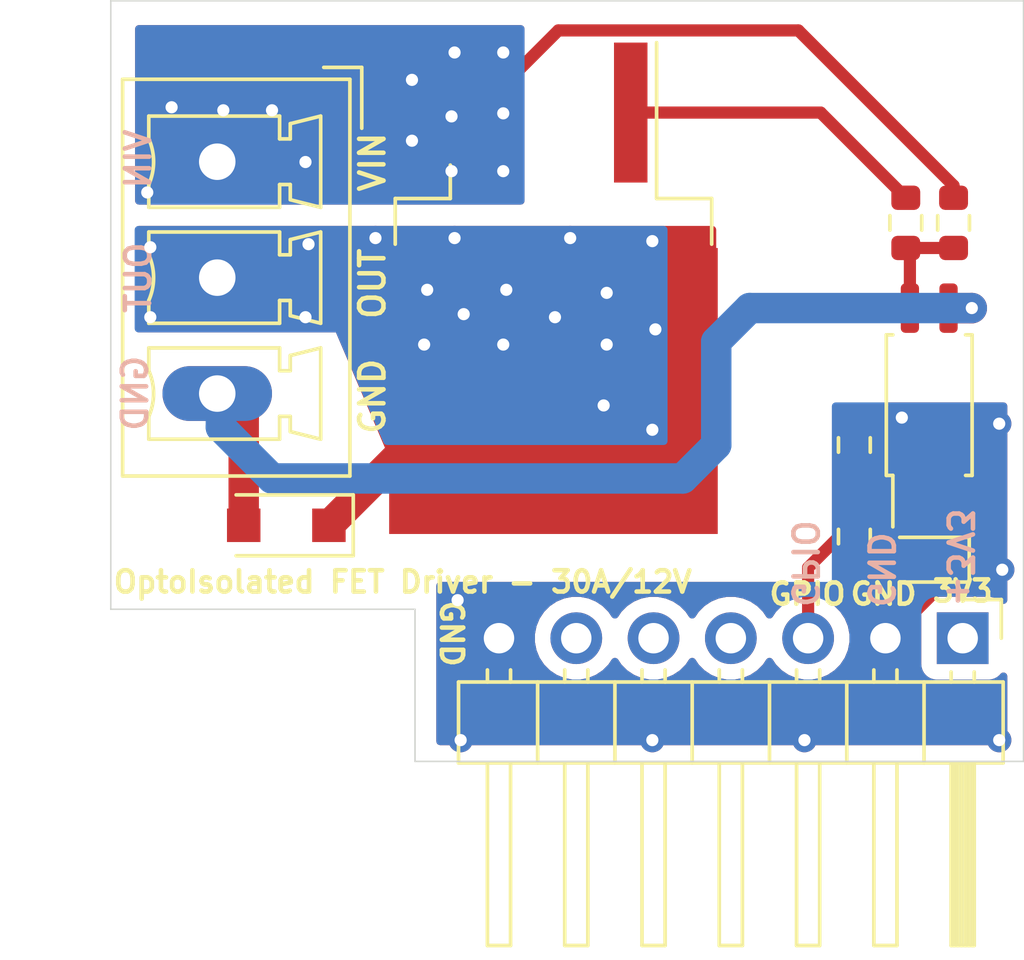
<source format=kicad_pcb>
(kicad_pcb (version 20171130) (host pcbnew "(5.1.8-0-10_14)")

  (general
    (thickness 1.6)
    (drawings 21)
    (tracks 76)
    (zones 0)
    (modules 10)
    (nets 10)
  )

  (page A4)
  (layers
    (0 F.Cu signal)
    (31 B.Cu signal)
    (32 B.Adhes user)
    (33 F.Adhes user)
    (34 B.Paste user)
    (35 F.Paste user hide)
    (36 B.SilkS user)
    (37 F.SilkS user)
    (38 B.Mask user hide)
    (39 F.Mask user hide)
    (40 Dwgs.User user)
    (41 Cmts.User user)
    (42 Eco1.User user)
    (43 Eco2.User user)
    (44 Edge.Cuts user)
    (45 Margin user)
    (46 B.CrtYd user)
    (47 F.CrtYd user)
    (48 B.Fab user)
    (49 F.Fab user)
  )

  (setup
    (last_trace_width 1)
    (user_trace_width 0.4)
    (user_trace_width 0.6)
    (user_trace_width 1)
    (user_trace_width 1.5)
    (user_trace_width 2)
    (user_trace_width 2.5)
    (trace_clearance 0.2)
    (zone_clearance 0.508)
    (zone_45_only no)
    (trace_min 0.2)
    (via_size 0.8)
    (via_drill 0.4)
    (via_min_size 0.4)
    (via_min_drill 0.3)
    (uvia_size 0.3)
    (uvia_drill 0.1)
    (uvias_allowed no)
    (uvia_min_size 0.2)
    (uvia_min_drill 0.1)
    (edge_width 0.05)
    (segment_width 0.2)
    (pcb_text_width 0.3)
    (pcb_text_size 1.5 1.5)
    (mod_edge_width 0.12)
    (mod_text_size 1 1)
    (mod_text_width 0.15)
    (pad_size 1.5 1.5)
    (pad_drill 0.7)
    (pad_to_mask_clearance 0)
    (aux_axis_origin 0 0)
    (visible_elements FFFFFF7F)
    (pcbplotparams
      (layerselection 0x010f0_ffffffff)
      (usegerberextensions false)
      (usegerberattributes true)
      (usegerberadvancedattributes true)
      (creategerberjobfile true)
      (excludeedgelayer false)
      (linewidth 0.100000)
      (plotframeref false)
      (viasonmask false)
      (mode 1)
      (useauxorigin false)
      (hpglpennumber 1)
      (hpglpenspeed 20)
      (hpglpendiameter 15.000000)
      (psnegative false)
      (psa4output false)
      (plotreference true)
      (plotvalue true)
      (plotinvisibletext false)
      (padsonsilk false)
      (subtractmaskfromsilk false)
      (outputformat 1)
      (mirror false)
      (drillshape 0)
      (scaleselection 1)
      (outputdirectory "assembly"))
  )

  (net 0 "")
  (net 1 GND)
  (net 2 /ISO_GND)
  (net 3 /ISO_OUT)
  (net 4 /GPIO)
  (net 5 "Net-(Q101-Pad1)")
  (net 6 "Net-(R101-Pad2)")
  (net 7 "Net-(R901-Pad1)")
  (net 8 /ISO_VIN)
  (net 9 "Net-(D102-Pad2)")

  (net_class Default "This is the default net class."
    (clearance 0.2)
    (trace_width 0.25)
    (via_dia 0.8)
    (via_drill 0.4)
    (uvia_dia 0.3)
    (uvia_drill 0.1)
    (add_net /GPIO)
    (add_net /ISO_GND)
    (add_net /ISO_OUT)
    (add_net /ISO_VIN)
    (add_net GND)
    (add_net "Net-(D102-Pad2)")
    (add_net "Net-(Q101-Pad1)")
    (add_net "Net-(R101-Pad2)")
    (add_net "Net-(R901-Pad1)")
  )

  (module Package_TO_SOT_SMD:TO-263-2 (layer F.Cu) (tedit 5A70FB7B) (tstamp 5FB87990)
    (at 124.55 77.45 270)
    (descr "TO-263 / D2PAK / DDPAK SMD package, http://www.infineon.com/cms/en/product/packages/PG-TO263/PG-TO263-3-1/")
    (tags "D2PAK DDPAK TO-263 D2PAK-3 TO-263-3 SOT-404")
    (path /5FB80F51)
    (attr smd)
    (fp_text reference Q101 (at 0 -6.65 90) (layer F.SilkS) hide
      (effects (font (size 1 1) (thickness 0.15)))
    )
    (fp_text value IRF5210STRLPBF (at 0 6.65 90) (layer F.Fab) hide
      (effects (font (size 1 1) (thickness 0.15)))
    )
    (fp_line (start 8.32 -5.65) (end -8.32 -5.65) (layer F.CrtYd) (width 0.05))
    (fp_line (start 8.32 5.65) (end 8.32 -5.65) (layer F.CrtYd) (width 0.05))
    (fp_line (start -8.32 5.65) (end 8.32 5.65) (layer F.CrtYd) (width 0.05))
    (fp_line (start -8.32 -5.65) (end -8.32 5.65) (layer F.CrtYd) (width 0.05))
    (fp_line (start -2.95 3.39) (end -4.05 3.39) (layer F.SilkS) (width 0.12))
    (fp_line (start -2.95 5.2) (end -2.95 3.39) (layer F.SilkS) (width 0.12))
    (fp_line (start -1.45 5.2) (end -2.95 5.2) (layer F.SilkS) (width 0.12))
    (fp_line (start -2.95 -3.39) (end -8.075 -3.39) (layer F.SilkS) (width 0.12))
    (fp_line (start -2.95 -5.2) (end -2.95 -3.39) (layer F.SilkS) (width 0.12))
    (fp_line (start -1.45 -5.2) (end -2.95 -5.2) (layer F.SilkS) (width 0.12))
    (fp_line (start -7.45 3.04) (end -2.75 3.04) (layer F.Fab) (width 0.1))
    (fp_line (start -7.45 2.04) (end -7.45 3.04) (layer F.Fab) (width 0.1))
    (fp_line (start -2.75 2.04) (end -7.45 2.04) (layer F.Fab) (width 0.1))
    (fp_line (start -7.45 -2.04) (end -2.75 -2.04) (layer F.Fab) (width 0.1))
    (fp_line (start -7.45 -3.04) (end -7.45 -2.04) (layer F.Fab) (width 0.1))
    (fp_line (start -2.75 -3.04) (end -7.45 -3.04) (layer F.Fab) (width 0.1))
    (fp_line (start -1.75 -5) (end 6.5 -5) (layer F.Fab) (width 0.1))
    (fp_line (start -2.75 -4) (end -1.75 -5) (layer F.Fab) (width 0.1))
    (fp_line (start -2.75 5) (end -2.75 -4) (layer F.Fab) (width 0.1))
    (fp_line (start 6.5 5) (end -2.75 5) (layer F.Fab) (width 0.1))
    (fp_line (start 6.5 -5) (end 6.5 5) (layer F.Fab) (width 0.1))
    (fp_line (start 7.5 5) (end 6.5 5) (layer F.Fab) (width 0.1))
    (fp_line (start 7.5 -5) (end 7.5 5) (layer F.Fab) (width 0.1))
    (fp_line (start 6.5 -5) (end 7.5 -5) (layer F.Fab) (width 0.1))
    (fp_text user %R (at 0 0 90) (layer F.Fab) hide
      (effects (font (size 1 1) (thickness 0.15)))
    )
    (pad "" smd rect (at 0.95 2.775 270) (size 4.55 5.25) (layers F.Paste))
    (pad "" smd rect (at 5.8 -2.775 270) (size 4.55 5.25) (layers F.Paste))
    (pad "" smd rect (at 0.95 -2.775 270) (size 4.55 5.25) (layers F.Paste))
    (pad "" smd rect (at 5.8 2.775 270) (size 4.55 5.25) (layers F.Paste))
    (pad 2 smd rect (at 3.375 0 270) (size 9.4 10.8) (layers F.Cu F.Mask)
      (net 3 /ISO_OUT))
    (pad 3 smd rect (at -5.775 2.54 270) (size 4.6 1.1) (layers F.Cu F.Paste F.Mask)
      (net 8 /ISO_VIN))
    (pad 1 smd rect (at -5.775 -2.54 270) (size 4.6 1.1) (layers F.Cu F.Paste F.Mask)
      (net 5 "Net-(Q101-Pad1)"))
    (model ${KISYS3DMOD}/Package_TO_SOT_SMD.3dshapes/TO-263-2.wrl
      (at (xyz 0 0 0))
      (scale (xyz 1 1 1))
      (rotate (xyz 0 0 0))
    )
  )

  (module Connector_Phoenix_MC:PhoenixContact_MCV_1,5_3-G-3.81_1x03_P3.81mm_Vertical (layer F.Cu) (tedit 5B784ED1) (tstamp 5FC2BF34)
    (at 113.5 73.29 270)
    (descr "Generic Phoenix Contact connector footprint for: MCV_1,5/3-G-3.81; number of pins: 03; pin pitch: 3.81mm; Vertical || order number: 1803439 8A 160V")
    (tags "phoenix_contact connector MCV_01x03_G_3.81mm")
    (path /5FB9C499)
    (fp_text reference J102 (at 3.81 -5.45 90) (layer F.SilkS) hide
      (effects (font (size 1 1) (thickness 0.15)))
    )
    (fp_text value Out (at 3.81 4.2 90) (layer F.Fab) hide
      (effects (font (size 1 1) (thickness 0.15)))
    )
    (fp_line (start -3.1 -4.75) (end -1.1 -4.75) (layer F.Fab) (width 0.1))
    (fp_line (start -3.1 -3.5) (end -3.1 -4.75) (layer F.Fab) (width 0.1))
    (fp_line (start -3.1 -4.75) (end -1.1 -4.75) (layer F.SilkS) (width 0.12))
    (fp_line (start -3.1 -3.5) (end -3.1 -4.75) (layer F.SilkS) (width 0.12))
    (fp_line (start 10.72 -4.75) (end -3.1 -4.75) (layer F.CrtYd) (width 0.05))
    (fp_line (start 10.72 3.5) (end 10.72 -4.75) (layer F.CrtYd) (width 0.05))
    (fp_line (start -3.1 3.5) (end 10.72 3.5) (layer F.CrtYd) (width 0.05))
    (fp_line (start -3.1 -4.75) (end -3.1 3.5) (layer F.CrtYd) (width 0.05))
    (fp_line (start 9.12 2.25) (end 8.37 2.25) (layer F.SilkS) (width 0.12))
    (fp_line (start 9.12 -2.05) (end 9.12 2.25) (layer F.SilkS) (width 0.12))
    (fp_line (start 8.37 -2.05) (end 9.12 -2.05) (layer F.SilkS) (width 0.12))
    (fp_line (start 8.37 -2.4) (end 8.37 -2.05) (layer F.SilkS) (width 0.12))
    (fp_line (start 8.87 -2.4) (end 8.37 -2.4) (layer F.SilkS) (width 0.12))
    (fp_line (start 9.12 -3.4) (end 8.87 -2.4) (layer F.SilkS) (width 0.12))
    (fp_line (start 6.12 -3.4) (end 9.12 -3.4) (layer F.SilkS) (width 0.12))
    (fp_line (start 6.37 -2.4) (end 6.12 -3.4) (layer F.SilkS) (width 0.12))
    (fp_line (start 6.87 -2.4) (end 6.37 -2.4) (layer F.SilkS) (width 0.12))
    (fp_line (start 6.87 -2.05) (end 6.87 -2.4) (layer F.SilkS) (width 0.12))
    (fp_line (start 6.12 -2.05) (end 6.87 -2.05) (layer F.SilkS) (width 0.12))
    (fp_line (start 6.12 2.25) (end 6.12 -2.05) (layer F.SilkS) (width 0.12))
    (fp_line (start 6.87 2.25) (end 6.12 2.25) (layer F.SilkS) (width 0.12))
    (fp_line (start 5.31 2.25) (end 4.56 2.25) (layer F.SilkS) (width 0.12))
    (fp_line (start 5.31 -2.05) (end 5.31 2.25) (layer F.SilkS) (width 0.12))
    (fp_line (start 4.56 -2.05) (end 5.31 -2.05) (layer F.SilkS) (width 0.12))
    (fp_line (start 4.56 -2.4) (end 4.56 -2.05) (layer F.SilkS) (width 0.12))
    (fp_line (start 5.06 -2.4) (end 4.56 -2.4) (layer F.SilkS) (width 0.12))
    (fp_line (start 5.31 -3.4) (end 5.06 -2.4) (layer F.SilkS) (width 0.12))
    (fp_line (start 2.31 -3.4) (end 5.31 -3.4) (layer F.SilkS) (width 0.12))
    (fp_line (start 2.56 -2.4) (end 2.31 -3.4) (layer F.SilkS) (width 0.12))
    (fp_line (start 3.06 -2.4) (end 2.56 -2.4) (layer F.SilkS) (width 0.12))
    (fp_line (start 3.06 -2.05) (end 3.06 -2.4) (layer F.SilkS) (width 0.12))
    (fp_line (start 2.31 -2.05) (end 3.06 -2.05) (layer F.SilkS) (width 0.12))
    (fp_line (start 2.31 2.25) (end 2.31 -2.05) (layer F.SilkS) (width 0.12))
    (fp_line (start 3.06 2.25) (end 2.31 2.25) (layer F.SilkS) (width 0.12))
    (fp_line (start 1.5 2.25) (end 0.75 2.25) (layer F.SilkS) (width 0.12))
    (fp_line (start 1.5 -2.05) (end 1.5 2.25) (layer F.SilkS) (width 0.12))
    (fp_line (start 0.75 -2.05) (end 1.5 -2.05) (layer F.SilkS) (width 0.12))
    (fp_line (start 0.75 -2.4) (end 0.75 -2.05) (layer F.SilkS) (width 0.12))
    (fp_line (start 1.25 -2.4) (end 0.75 -2.4) (layer F.SilkS) (width 0.12))
    (fp_line (start 1.5 -3.4) (end 1.25 -2.4) (layer F.SilkS) (width 0.12))
    (fp_line (start -1.5 -3.4) (end 1.5 -3.4) (layer F.SilkS) (width 0.12))
    (fp_line (start -1.25 -2.4) (end -1.5 -3.4) (layer F.SilkS) (width 0.12))
    (fp_line (start -0.75 -2.4) (end -1.25 -2.4) (layer F.SilkS) (width 0.12))
    (fp_line (start -0.75 -2.05) (end -0.75 -2.4) (layer F.SilkS) (width 0.12))
    (fp_line (start -1.5 -2.05) (end -0.75 -2.05) (layer F.SilkS) (width 0.12))
    (fp_line (start -1.5 2.25) (end -1.5 -2.05) (layer F.SilkS) (width 0.12))
    (fp_line (start -0.75 2.25) (end -1.5 2.25) (layer F.SilkS) (width 0.12))
    (fp_line (start 10.22 -4.25) (end -2.6 -4.25) (layer F.Fab) (width 0.1))
    (fp_line (start 10.22 3) (end 10.22 -4.25) (layer F.Fab) (width 0.1))
    (fp_line (start -2.6 3) (end 10.22 3) (layer F.Fab) (width 0.1))
    (fp_line (start -2.6 -4.25) (end -2.6 3) (layer F.Fab) (width 0.1))
    (fp_line (start 10.33 -4.36) (end -2.71 -4.36) (layer F.SilkS) (width 0.12))
    (fp_line (start 10.33 3.11) (end 10.33 -4.36) (layer F.SilkS) (width 0.12))
    (fp_line (start -2.71 3.11) (end 10.33 3.11) (layer F.SilkS) (width 0.12))
    (fp_line (start -2.71 -4.36) (end -2.71 3.11) (layer F.SilkS) (width 0.12))
    (fp_text user %R (at 3.81 -3.55 90) (layer F.Fab) hide
      (effects (font (size 1 1) (thickness 0.15)))
    )
    (fp_arc (start 7.62 3.95) (end 6.87 2.25) (angle 47.6) (layer F.SilkS) (width 0.12))
    (fp_arc (start 3.81 3.95) (end 3.06 2.25) (angle 47.6) (layer F.SilkS) (width 0.12))
    (fp_arc (start 0 3.95) (end -0.75 2.25) (angle 47.6) (layer F.SilkS) (width 0.12))
    (pad 3 thru_hole oval (at 7.62 0 270) (size 1.8 3.6) (drill 1.2) (layers *.Cu *.Mask)
      (net 2 /ISO_GND))
    (pad 2 thru_hole oval (at 3.81 0 270) (size 1.8 3.6) (drill 1.2) (layers *.Cu *.Mask)
      (net 3 /ISO_OUT))
    (pad 1 thru_hole roundrect (at 0 0 270) (size 1.8 3.6) (drill 1.2) (layers *.Cu *.Mask) (roundrect_rratio 0.138889)
      (net 8 /ISO_VIN))
    (model ${KISYS3DMOD}/Connector_Phoenix_MC.3dshapes/PhoenixContact_MCV_1,5_3-G-3.81_1x03_P3.81mm_Vertical.wrl
      (at (xyz 0 0 0))
      (scale (xyz 1 1 1))
      (rotate (xyz 0 0 0))
    )
  )

  (module Resistor_SMD:R_0603_1608Metric (layer F.Cu) (tedit 5F68FEEE) (tstamp 5FC2837E)
    (at 134.44 85.61 270)
    (descr "Resistor SMD 0603 (1608 Metric), square (rectangular) end terminal, IPC_7351 nominal, (Body size source: IPC-SM-782 page 72, https://www.pcb-3d.com/wordpress/wp-content/uploads/ipc-sm-782a_amendment_1_and_2.pdf), generated with kicad-footprint-generator")
    (tags resistor)
    (path /5FC5F831)
    (attr smd)
    (fp_text reference R103 (at 0 -1.43 90) (layer F.SilkS) hide
      (effects (font (size 1 1) (thickness 0.15)))
    )
    (fp_text value 1k (at 0 1.43 90) (layer F.Fab) hide
      (effects (font (size 1 1) (thickness 0.15)))
    )
    (fp_text user %R (at 0 0 90) (layer F.Fab) hide
      (effects (font (size 0.4 0.4) (thickness 0.06)))
    )
    (fp_line (start -0.8 0.4125) (end -0.8 -0.4125) (layer F.Fab) (width 0.1))
    (fp_line (start -0.8 -0.4125) (end 0.8 -0.4125) (layer F.Fab) (width 0.1))
    (fp_line (start 0.8 -0.4125) (end 0.8 0.4125) (layer F.Fab) (width 0.1))
    (fp_line (start 0.8 0.4125) (end -0.8 0.4125) (layer F.Fab) (width 0.1))
    (fp_line (start -0.237258 -0.5225) (end 0.237258 -0.5225) (layer F.SilkS) (width 0.12))
    (fp_line (start -0.237258 0.5225) (end 0.237258 0.5225) (layer F.SilkS) (width 0.12))
    (fp_line (start -1.48 0.73) (end -1.48 -0.73) (layer F.CrtYd) (width 0.05))
    (fp_line (start -1.48 -0.73) (end 1.48 -0.73) (layer F.CrtYd) (width 0.05))
    (fp_line (start 1.48 -0.73) (end 1.48 0.73) (layer F.CrtYd) (width 0.05))
    (fp_line (start 1.48 0.73) (end -1.48 0.73) (layer F.CrtYd) (width 0.05))
    (pad 2 smd roundrect (at 0.825 0 270) (size 0.8 0.95) (layers F.Cu F.Paste F.Mask) (roundrect_rratio 0.25)
      (net 9 "Net-(D102-Pad2)"))
    (pad 1 smd roundrect (at -0.825 0 270) (size 0.8 0.95) (layers F.Cu F.Paste F.Mask) (roundrect_rratio 0.25)
      (net 4 /GPIO))
    (model ${KISYS3DMOD}/Resistor_SMD.3dshapes/R_0603_1608Metric.wrl
      (at (xyz 0 0 0))
      (scale (xyz 1 1 1))
      (rotate (xyz 0 0 0))
    )
  )

  (module Connector_PinHeader_2.54mm:PinHeader_1x07_P2.54mm_Horizontal locked (layer F.Cu) (tedit 59FED5CB) (tstamp 5FC28288)
    (at 138 88.95 270)
    (descr "Through hole angled pin header, 1x07, 2.54mm pitch, 6mm pin length, single row")
    (tags "Through hole angled pin header THT 1x07 2.54mm single row")
    (path /5FC3CB09)
    (fp_text reference J101 (at 4.385 -2.27 90) (layer F.SilkS) hide
      (effects (font (size 1 1) (thickness 0.15)))
    )
    (fp_text value Interface (at 4.385 17.51 90) (layer F.Fab) hide
      (effects (font (size 1 1) (thickness 0.15)))
    )
    (fp_text user %R (at 2.77 7.62) (layer F.Fab) hide
      (effects (font (size 1 1) (thickness 0.15)))
    )
    (fp_line (start 2.135 -1.27) (end 4.04 -1.27) (layer F.Fab) (width 0.1))
    (fp_line (start 4.04 -1.27) (end 4.04 16.51) (layer F.Fab) (width 0.1))
    (fp_line (start 4.04 16.51) (end 1.5 16.51) (layer F.Fab) (width 0.1))
    (fp_line (start 1.5 16.51) (end 1.5 -0.635) (layer F.Fab) (width 0.1))
    (fp_line (start 1.5 -0.635) (end 2.135 -1.27) (layer F.Fab) (width 0.1))
    (fp_line (start -0.32 -0.32) (end 1.5 -0.32) (layer F.Fab) (width 0.1))
    (fp_line (start -0.32 -0.32) (end -0.32 0.32) (layer F.Fab) (width 0.1))
    (fp_line (start -0.32 0.32) (end 1.5 0.32) (layer F.Fab) (width 0.1))
    (fp_line (start 4.04 -0.32) (end 10.04 -0.32) (layer F.Fab) (width 0.1))
    (fp_line (start 10.04 -0.32) (end 10.04 0.32) (layer F.Fab) (width 0.1))
    (fp_line (start 4.04 0.32) (end 10.04 0.32) (layer F.Fab) (width 0.1))
    (fp_line (start -0.32 2.22) (end 1.5 2.22) (layer F.Fab) (width 0.1))
    (fp_line (start -0.32 2.22) (end -0.32 2.86) (layer F.Fab) (width 0.1))
    (fp_line (start -0.32 2.86) (end 1.5 2.86) (layer F.Fab) (width 0.1))
    (fp_line (start 4.04 2.22) (end 10.04 2.22) (layer F.Fab) (width 0.1))
    (fp_line (start 10.04 2.22) (end 10.04 2.86) (layer F.Fab) (width 0.1))
    (fp_line (start 4.04 2.86) (end 10.04 2.86) (layer F.Fab) (width 0.1))
    (fp_line (start -0.32 4.76) (end 1.5 4.76) (layer F.Fab) (width 0.1))
    (fp_line (start -0.32 4.76) (end -0.32 5.4) (layer F.Fab) (width 0.1))
    (fp_line (start -0.32 5.4) (end 1.5 5.4) (layer F.Fab) (width 0.1))
    (fp_line (start 4.04 4.76) (end 10.04 4.76) (layer F.Fab) (width 0.1))
    (fp_line (start 10.04 4.76) (end 10.04 5.4) (layer F.Fab) (width 0.1))
    (fp_line (start 4.04 5.4) (end 10.04 5.4) (layer F.Fab) (width 0.1))
    (fp_line (start -0.32 7.3) (end 1.5 7.3) (layer F.Fab) (width 0.1))
    (fp_line (start -0.32 7.3) (end -0.32 7.94) (layer F.Fab) (width 0.1))
    (fp_line (start -0.32 7.94) (end 1.5 7.94) (layer F.Fab) (width 0.1))
    (fp_line (start 4.04 7.3) (end 10.04 7.3) (layer F.Fab) (width 0.1))
    (fp_line (start 10.04 7.3) (end 10.04 7.94) (layer F.Fab) (width 0.1))
    (fp_line (start 4.04 7.94) (end 10.04 7.94) (layer F.Fab) (width 0.1))
    (fp_line (start -0.32 9.84) (end 1.5 9.84) (layer F.Fab) (width 0.1))
    (fp_line (start -0.32 9.84) (end -0.32 10.48) (layer F.Fab) (width 0.1))
    (fp_line (start -0.32 10.48) (end 1.5 10.48) (layer F.Fab) (width 0.1))
    (fp_line (start 4.04 9.84) (end 10.04 9.84) (layer F.Fab) (width 0.1))
    (fp_line (start 10.04 9.84) (end 10.04 10.48) (layer F.Fab) (width 0.1))
    (fp_line (start 4.04 10.48) (end 10.04 10.48) (layer F.Fab) (width 0.1))
    (fp_line (start -0.32 12.38) (end 1.5 12.38) (layer F.Fab) (width 0.1))
    (fp_line (start -0.32 12.38) (end -0.32 13.02) (layer F.Fab) (width 0.1))
    (fp_line (start -0.32 13.02) (end 1.5 13.02) (layer F.Fab) (width 0.1))
    (fp_line (start 4.04 12.38) (end 10.04 12.38) (layer F.Fab) (width 0.1))
    (fp_line (start 10.04 12.38) (end 10.04 13.02) (layer F.Fab) (width 0.1))
    (fp_line (start 4.04 13.02) (end 10.04 13.02) (layer F.Fab) (width 0.1))
    (fp_line (start -0.32 14.92) (end 1.5 14.92) (layer F.Fab) (width 0.1))
    (fp_line (start -0.32 14.92) (end -0.32 15.56) (layer F.Fab) (width 0.1))
    (fp_line (start -0.32 15.56) (end 1.5 15.56) (layer F.Fab) (width 0.1))
    (fp_line (start 4.04 14.92) (end 10.04 14.92) (layer F.Fab) (width 0.1))
    (fp_line (start 10.04 14.92) (end 10.04 15.56) (layer F.Fab) (width 0.1))
    (fp_line (start 4.04 15.56) (end 10.04 15.56) (layer F.Fab) (width 0.1))
    (fp_line (start 1.44 -1.33) (end 1.44 16.57) (layer F.SilkS) (width 0.12))
    (fp_line (start 1.44 16.57) (end 4.1 16.57) (layer F.SilkS) (width 0.12))
    (fp_line (start 4.1 16.57) (end 4.1 -1.33) (layer F.SilkS) (width 0.12))
    (fp_line (start 4.1 -1.33) (end 1.44 -1.33) (layer F.SilkS) (width 0.12))
    (fp_line (start 4.1 -0.38) (end 10.1 -0.38) (layer F.SilkS) (width 0.12))
    (fp_line (start 10.1 -0.38) (end 10.1 0.38) (layer F.SilkS) (width 0.12))
    (fp_line (start 10.1 0.38) (end 4.1 0.38) (layer F.SilkS) (width 0.12))
    (fp_line (start 4.1 -0.32) (end 10.1 -0.32) (layer F.SilkS) (width 0.12))
    (fp_line (start 4.1 -0.2) (end 10.1 -0.2) (layer F.SilkS) (width 0.12))
    (fp_line (start 4.1 -0.08) (end 10.1 -0.08) (layer F.SilkS) (width 0.12))
    (fp_line (start 4.1 0.04) (end 10.1 0.04) (layer F.SilkS) (width 0.12))
    (fp_line (start 4.1 0.16) (end 10.1 0.16) (layer F.SilkS) (width 0.12))
    (fp_line (start 4.1 0.28) (end 10.1 0.28) (layer F.SilkS) (width 0.12))
    (fp_line (start 1.11 -0.38) (end 1.44 -0.38) (layer F.SilkS) (width 0.12))
    (fp_line (start 1.11 0.38) (end 1.44 0.38) (layer F.SilkS) (width 0.12))
    (fp_line (start 1.44 1.27) (end 4.1 1.27) (layer F.SilkS) (width 0.12))
    (fp_line (start 4.1 2.16) (end 10.1 2.16) (layer F.SilkS) (width 0.12))
    (fp_line (start 10.1 2.16) (end 10.1 2.92) (layer F.SilkS) (width 0.12))
    (fp_line (start 10.1 2.92) (end 4.1 2.92) (layer F.SilkS) (width 0.12))
    (fp_line (start 1.042929 2.16) (end 1.44 2.16) (layer F.SilkS) (width 0.12))
    (fp_line (start 1.042929 2.92) (end 1.44 2.92) (layer F.SilkS) (width 0.12))
    (fp_line (start 1.44 3.81) (end 4.1 3.81) (layer F.SilkS) (width 0.12))
    (fp_line (start 4.1 4.7) (end 10.1 4.7) (layer F.SilkS) (width 0.12))
    (fp_line (start 10.1 4.7) (end 10.1 5.46) (layer F.SilkS) (width 0.12))
    (fp_line (start 10.1 5.46) (end 4.1 5.46) (layer F.SilkS) (width 0.12))
    (fp_line (start 1.042929 4.7) (end 1.44 4.7) (layer F.SilkS) (width 0.12))
    (fp_line (start 1.042929 5.46) (end 1.44 5.46) (layer F.SilkS) (width 0.12))
    (fp_line (start 1.44 6.35) (end 4.1 6.35) (layer F.SilkS) (width 0.12))
    (fp_line (start 4.1 7.24) (end 10.1 7.24) (layer F.SilkS) (width 0.12))
    (fp_line (start 10.1 7.24) (end 10.1 8) (layer F.SilkS) (width 0.12))
    (fp_line (start 10.1 8) (end 4.1 8) (layer F.SilkS) (width 0.12))
    (fp_line (start 1.042929 7.24) (end 1.44 7.24) (layer F.SilkS) (width 0.12))
    (fp_line (start 1.042929 8) (end 1.44 8) (layer F.SilkS) (width 0.12))
    (fp_line (start 1.44 8.89) (end 4.1 8.89) (layer F.SilkS) (width 0.12))
    (fp_line (start 4.1 9.78) (end 10.1 9.78) (layer F.SilkS) (width 0.12))
    (fp_line (start 10.1 9.78) (end 10.1 10.54) (layer F.SilkS) (width 0.12))
    (fp_line (start 10.1 10.54) (end 4.1 10.54) (layer F.SilkS) (width 0.12))
    (fp_line (start 1.042929 9.78) (end 1.44 9.78) (layer F.SilkS) (width 0.12))
    (fp_line (start 1.042929 10.54) (end 1.44 10.54) (layer F.SilkS) (width 0.12))
    (fp_line (start 1.44 11.43) (end 4.1 11.43) (layer F.SilkS) (width 0.12))
    (fp_line (start 4.1 12.32) (end 10.1 12.32) (layer F.SilkS) (width 0.12))
    (fp_line (start 10.1 12.32) (end 10.1 13.08) (layer F.SilkS) (width 0.12))
    (fp_line (start 10.1 13.08) (end 4.1 13.08) (layer F.SilkS) (width 0.12))
    (fp_line (start 1.042929 12.32) (end 1.44 12.32) (layer F.SilkS) (width 0.12))
    (fp_line (start 1.042929 13.08) (end 1.44 13.08) (layer F.SilkS) (width 0.12))
    (fp_line (start 1.44 13.97) (end 4.1 13.97) (layer F.SilkS) (width 0.12))
    (fp_line (start 4.1 14.86) (end 10.1 14.86) (layer F.SilkS) (width 0.12))
    (fp_line (start 10.1 14.86) (end 10.1 15.62) (layer F.SilkS) (width 0.12))
    (fp_line (start 10.1 15.62) (end 4.1 15.62) (layer F.SilkS) (width 0.12))
    (fp_line (start 1.042929 14.86) (end 1.44 14.86) (layer F.SilkS) (width 0.12))
    (fp_line (start 1.042929 15.62) (end 1.44 15.62) (layer F.SilkS) (width 0.12))
    (fp_line (start -1.27 0) (end -1.27 -1.27) (layer F.SilkS) (width 0.12))
    (fp_line (start -1.27 -1.27) (end 0 -1.27) (layer F.SilkS) (width 0.12))
    (fp_line (start -1.8 -1.8) (end -1.8 17.05) (layer F.CrtYd) (width 0.05))
    (fp_line (start -1.8 17.05) (end 10.55 17.05) (layer F.CrtYd) (width 0.05))
    (fp_line (start 10.55 17.05) (end 10.55 -1.8) (layer F.CrtYd) (width 0.05))
    (fp_line (start 10.55 -1.8) (end -1.8 -1.8) (layer F.CrtYd) (width 0.05))
    (pad 7 thru_hole oval (at 0 15.24 270) (size 1.7 1.7) (drill 1) (layers *.Cu *.Mask)
      (net 1 GND))
    (pad 6 thru_hole oval (at 0 12.7 270) (size 1.7 1.7) (drill 1) (layers *.Cu *.Mask))
    (pad 5 thru_hole oval (at 0 10.16 270) (size 1.7 1.7) (drill 1) (layers *.Cu *.Mask))
    (pad 4 thru_hole oval (at 0 7.62 270) (size 1.7 1.7) (drill 1) (layers *.Cu *.Mask))
    (pad 3 thru_hole oval (at 0 5.08 270) (size 1.7 1.7) (drill 1) (layers *.Cu *.Mask)
      (net 4 /GPIO))
    (pad 2 thru_hole oval (at 0 2.54 270) (size 1.7 1.7) (drill 1) (layers *.Cu *.Mask)
      (net 1 GND))
    (pad 1 thru_hole rect (at 0 0 270) (size 1.7 1.7) (drill 1) (layers *.Cu *.Mask))
    (model ${KISYS3DMOD}/Connector_PinHeader_2.54mm.3dshapes/PinHeader_1x07_P2.54mm_Horizontal.wrl
      (at (xyz 0 0 0))
      (scale (xyz 1 1 1))
      (rotate (xyz 0 0 0))
    )
  )

  (module LED_SMD:LED_0603_1608Metric (layer F.Cu) (tedit 5F68FEF1) (tstamp 5FC290DD)
    (at 136.73 86.37 180)
    (descr "LED SMD 0603 (1608 Metric), square (rectangular) end terminal, IPC_7351 nominal, (Body size source: http://www.tortai-tech.com/upload/download/2011102023233369053.pdf), generated with kicad-footprint-generator")
    (tags LED)
    (path /5FC5F82B)
    (attr smd)
    (fp_text reference D102 (at 0 -1.43) (layer F.SilkS) hide
      (effects (font (size 1 1) (thickness 0.15)))
    )
    (fp_text value "GREEN LED" (at 0 1.43) (layer F.Fab) hide
      (effects (font (size 1 1) (thickness 0.15)))
    )
    (fp_text user %R (at 0 0) (layer F.Fab) hide
      (effects (font (size 0.4 0.4) (thickness 0.06)))
    )
    (fp_line (start 0.8 -0.4) (end -0.5 -0.4) (layer F.Fab) (width 0.1))
    (fp_line (start -0.5 -0.4) (end -0.8 -0.1) (layer F.Fab) (width 0.1))
    (fp_line (start -0.8 -0.1) (end -0.8 0.4) (layer F.Fab) (width 0.1))
    (fp_line (start -0.8 0.4) (end 0.8 0.4) (layer F.Fab) (width 0.1))
    (fp_line (start 0.8 0.4) (end 0.8 -0.4) (layer F.Fab) (width 0.1))
    (fp_line (start 0.8 -0.735) (end -1.485 -0.735) (layer F.SilkS) (width 0.12))
    (fp_line (start -1.485 -0.735) (end -1.485 0.735) (layer F.SilkS) (width 0.12))
    (fp_line (start -1.485 0.735) (end 0.8 0.735) (layer F.SilkS) (width 0.12))
    (fp_line (start -1.48 0.73) (end -1.48 -0.73) (layer F.CrtYd) (width 0.05))
    (fp_line (start -1.48 -0.73) (end 1.48 -0.73) (layer F.CrtYd) (width 0.05))
    (fp_line (start 1.48 -0.73) (end 1.48 0.73) (layer F.CrtYd) (width 0.05))
    (fp_line (start 1.48 0.73) (end -1.48 0.73) (layer F.CrtYd) (width 0.05))
    (pad 2 smd roundrect (at 0.7875 0 180) (size 0.875 0.95) (layers F.Cu F.Paste F.Mask) (roundrect_rratio 0.25)
      (net 9 "Net-(D102-Pad2)"))
    (pad 1 smd roundrect (at -0.7875 0 180) (size 0.875 0.95) (layers F.Cu F.Paste F.Mask) (roundrect_rratio 0.25)
      (net 1 GND))
    (model ${KISYS3DMOD}/LED_SMD.3dshapes/LED_0603_1608Metric.wrl
      (at (xyz 0 0 0))
      (scale (xyz 1 1 1))
      (rotate (xyz 0 0 0))
    )
  )

  (module Package_SO:SOP-4_4.4x2.6mm_P1.27mm (layer F.Cu) (tedit 5D9F72B1) (tstamp 5FB8666A)
    (at 136.9 81.29 90)
    (descr "SOP, 4 Pin (http://www.vishay.com/docs/83510/tcmt1100.pdf), generated with kicad-footprint-generator ipc_gullwing_generator.py")
    (tags "SOP SO")
    (path /5FCB38F6)
    (attr smd)
    (fp_text reference U101 (at 0 -2.25 90) (layer F.SilkS) hide
      (effects (font (size 1 1) (thickness 0.15)))
    )
    (fp_text value "EL3H7(C)(TA)-G" (at 0 2.25 90) (layer F.Fab) hide
      (effects (font (size 1 1) (thickness 0.15)))
    )
    (fp_line (start 4.25 -1.55) (end -4.25 -1.55) (layer F.CrtYd) (width 0.05))
    (fp_line (start 4.25 1.55) (end 4.25 -1.55) (layer F.CrtYd) (width 0.05))
    (fp_line (start -4.25 1.55) (end 4.25 1.55) (layer F.CrtYd) (width 0.05))
    (fp_line (start -4.25 -1.55) (end -4.25 1.55) (layer F.CrtYd) (width 0.05))
    (fp_line (start -2.2 -0.65) (end -1.55 -1.3) (layer F.Fab) (width 0.1))
    (fp_line (start -2.2 1.3) (end -2.2 -0.65) (layer F.Fab) (width 0.1))
    (fp_line (start 2.2 1.3) (end -2.2 1.3) (layer F.Fab) (width 0.1))
    (fp_line (start 2.2 -1.3) (end 2.2 1.3) (layer F.Fab) (width 0.1))
    (fp_line (start -1.55 -1.3) (end 2.2 -1.3) (layer F.Fab) (width 0.1))
    (fp_line (start -2.31 -1.195) (end -4 -1.195) (layer F.SilkS) (width 0.12))
    (fp_line (start -2.31 -1.41) (end -2.31 -1.195) (layer F.SilkS) (width 0.12))
    (fp_line (start 0 -1.41) (end -2.31 -1.41) (layer F.SilkS) (width 0.12))
    (fp_line (start 2.31 -1.41) (end 2.31 -1.195) (layer F.SilkS) (width 0.12))
    (fp_line (start 0 -1.41) (end 2.31 -1.41) (layer F.SilkS) (width 0.12))
    (fp_line (start -2.31 1.41) (end -2.31 1.195) (layer F.SilkS) (width 0.12))
    (fp_line (start 0 1.41) (end -2.31 1.41) (layer F.SilkS) (width 0.12))
    (fp_line (start 2.31 1.41) (end 2.31 1.195) (layer F.SilkS) (width 0.12))
    (fp_line (start 0 1.41) (end 2.31 1.41) (layer F.SilkS) (width 0.12))
    (fp_text user %R (at 0 0 90) (layer F.Fab) hide
      (effects (font (size 1 1) (thickness 0.15)))
    )
    (pad 4 smd roundrect (at 3.1875 -0.635 90) (size 1.625 0.6) (layers F.Cu F.Paste F.Mask) (roundrect_rratio 0.25)
      (net 6 "Net-(R101-Pad2)"))
    (pad 3 smd roundrect (at 3.1875 0.635 90) (size 1.625 0.6) (layers F.Cu F.Paste F.Mask) (roundrect_rratio 0.25)
      (net 2 /ISO_GND))
    (pad 2 smd roundrect (at -3.1875 0.635 90) (size 1.625 0.6) (layers F.Cu F.Paste F.Mask) (roundrect_rratio 0.25)
      (net 1 GND))
    (pad 1 smd roundrect (at -3.1875 -0.635 90) (size 1.625 0.6) (layers F.Cu F.Paste F.Mask) (roundrect_rratio 0.25)
      (net 7 "Net-(R901-Pad1)"))
    (model ${KISYS3DMOD}/Package_SO.3dshapes/SOP-4_4.4x2.6mm_P1.27mm.wrl
      (at (xyz 0 0 0))
      (scale (xyz 1 1 1))
      (rotate (xyz 0 0 0))
    )
  )

  (module Resistor_SMD:R_0603_1608Metric (layer F.Cu) (tedit 5F68FEEE) (tstamp 5FB8664F)
    (at 134.44 82.6 270)
    (descr "Resistor SMD 0603 (1608 Metric), square (rectangular) end terminal, IPC_7351 nominal, (Body size source: IPC-SM-782 page 72, https://www.pcb-3d.com/wordpress/wp-content/uploads/ipc-sm-782a_amendment_1_and_2.pdf), generated with kicad-footprint-generator")
    (tags resistor)
    (path /5FB305CD)
    (attr smd)
    (fp_text reference R901 (at 0 -1.43 90) (layer F.SilkS) hide
      (effects (font (size 1 1) (thickness 0.15)))
    )
    (fp_text value 220R (at 0 1.43 90) (layer F.Fab) hide
      (effects (font (size 1 1) (thickness 0.15)))
    )
    (fp_line (start 1.48 0.73) (end -1.48 0.73) (layer F.CrtYd) (width 0.05))
    (fp_line (start 1.48 -0.73) (end 1.48 0.73) (layer F.CrtYd) (width 0.05))
    (fp_line (start -1.48 -0.73) (end 1.48 -0.73) (layer F.CrtYd) (width 0.05))
    (fp_line (start -1.48 0.73) (end -1.48 -0.73) (layer F.CrtYd) (width 0.05))
    (fp_line (start -0.237258 0.5225) (end 0.237258 0.5225) (layer F.SilkS) (width 0.12))
    (fp_line (start -0.237258 -0.5225) (end 0.237258 -0.5225) (layer F.SilkS) (width 0.12))
    (fp_line (start 0.8 0.4125) (end -0.8 0.4125) (layer F.Fab) (width 0.1))
    (fp_line (start 0.8 -0.4125) (end 0.8 0.4125) (layer F.Fab) (width 0.1))
    (fp_line (start -0.8 -0.4125) (end 0.8 -0.4125) (layer F.Fab) (width 0.1))
    (fp_line (start -0.8 0.4125) (end -0.8 -0.4125) (layer F.Fab) (width 0.1))
    (fp_text user %R (at 0 0 90) (layer F.Fab) hide
      (effects (font (size 0.4 0.4) (thickness 0.06)))
    )
    (pad 2 smd roundrect (at 0.825 0 270) (size 0.8 0.95) (layers F.Cu F.Paste F.Mask) (roundrect_rratio 0.25)
      (net 4 /GPIO))
    (pad 1 smd roundrect (at -0.825 0 270) (size 0.8 0.95) (layers F.Cu F.Paste F.Mask) (roundrect_rratio 0.25)
      (net 7 "Net-(R901-Pad1)"))
    (model ${KISYS3DMOD}/Resistor_SMD.3dshapes/R_0603_1608Metric.wrl
      (at (xyz 0 0 0))
      (scale (xyz 1 1 1))
      (rotate (xyz 0 0 0))
    )
  )

  (module Resistor_SMD:R_0603_1608Metric (layer F.Cu) (tedit 5F68FEEE) (tstamp 5FB8661E)
    (at 137.7 75.3 270)
    (descr "Resistor SMD 0603 (1608 Metric), square (rectangular) end terminal, IPC_7351 nominal, (Body size source: IPC-SM-782 page 72, https://www.pcb-3d.com/wordpress/wp-content/uploads/ipc-sm-782a_amendment_1_and_2.pdf), generated with kicad-footprint-generator")
    (tags resistor)
    (path /5FB354D0)
    (attr smd)
    (fp_text reference R101 (at 0 -1.43 90) (layer F.SilkS) hide
      (effects (font (size 1 1) (thickness 0.15)))
    )
    (fp_text value 10k (at 0 1.43 90) (layer F.Fab) hide
      (effects (font (size 1 1) (thickness 0.15)))
    )
    (fp_line (start 1.48 0.73) (end -1.48 0.73) (layer F.CrtYd) (width 0.05))
    (fp_line (start 1.48 -0.73) (end 1.48 0.73) (layer F.CrtYd) (width 0.05))
    (fp_line (start -1.48 -0.73) (end 1.48 -0.73) (layer F.CrtYd) (width 0.05))
    (fp_line (start -1.48 0.73) (end -1.48 -0.73) (layer F.CrtYd) (width 0.05))
    (fp_line (start -0.237258 0.5225) (end 0.237258 0.5225) (layer F.SilkS) (width 0.12))
    (fp_line (start -0.237258 -0.5225) (end 0.237258 -0.5225) (layer F.SilkS) (width 0.12))
    (fp_line (start 0.8 0.4125) (end -0.8 0.4125) (layer F.Fab) (width 0.1))
    (fp_line (start 0.8 -0.4125) (end 0.8 0.4125) (layer F.Fab) (width 0.1))
    (fp_line (start -0.8 -0.4125) (end 0.8 -0.4125) (layer F.Fab) (width 0.1))
    (fp_line (start -0.8 0.4125) (end -0.8 -0.4125) (layer F.Fab) (width 0.1))
    (fp_text user %R (at 0 0 90) (layer F.Fab) hide
      (effects (font (size 0.4 0.4) (thickness 0.06)))
    )
    (pad 2 smd roundrect (at 0.825 0 270) (size 0.8 0.95) (layers F.Cu F.Paste F.Mask) (roundrect_rratio 0.25)
      (net 6 "Net-(R101-Pad2)"))
    (pad 1 smd roundrect (at -0.825 0 270) (size 0.8 0.95) (layers F.Cu F.Paste F.Mask) (roundrect_rratio 0.25)
      (net 8 /ISO_VIN))
    (model ${KISYS3DMOD}/Resistor_SMD.3dshapes/R_0603_1608Metric.wrl
      (at (xyz 0 0 0))
      (scale (xyz 1 1 1))
      (rotate (xyz 0 0 0))
    )
  )

  (module Resistor_SMD:R_0603_1608Metric (layer F.Cu) (tedit 5F68FEEE) (tstamp 5FB8806C)
    (at 136.13 75.3 270)
    (descr "Resistor SMD 0603 (1608 Metric), square (rectangular) end terminal, IPC_7351 nominal, (Body size source: IPC-SM-782 page 72, https://www.pcb-3d.com/wordpress/wp-content/uploads/ipc-sm-782a_amendment_1_and_2.pdf), generated with kicad-footprint-generator")
    (tags resistor)
    (path /5FB36FDC)
    (attr smd)
    (fp_text reference R102 (at 0 -1.43 90) (layer F.SilkS) hide
      (effects (font (size 1 1) (thickness 0.15)))
    )
    (fp_text value 1k (at 0 1.43 90) (layer F.Fab) hide
      (effects (font (size 1 1) (thickness 0.15)))
    )
    (fp_line (start 1.48 0.73) (end -1.48 0.73) (layer F.CrtYd) (width 0.05))
    (fp_line (start 1.48 -0.73) (end 1.48 0.73) (layer F.CrtYd) (width 0.05))
    (fp_line (start -1.48 -0.73) (end 1.48 -0.73) (layer F.CrtYd) (width 0.05))
    (fp_line (start -1.48 0.73) (end -1.48 -0.73) (layer F.CrtYd) (width 0.05))
    (fp_line (start -0.237258 0.5225) (end 0.237258 0.5225) (layer F.SilkS) (width 0.12))
    (fp_line (start -0.237258 -0.5225) (end 0.237258 -0.5225) (layer F.SilkS) (width 0.12))
    (fp_line (start 0.8 0.4125) (end -0.8 0.4125) (layer F.Fab) (width 0.1))
    (fp_line (start 0.8 -0.4125) (end 0.8 0.4125) (layer F.Fab) (width 0.1))
    (fp_line (start -0.8 -0.4125) (end 0.8 -0.4125) (layer F.Fab) (width 0.1))
    (fp_line (start -0.8 0.4125) (end -0.8 -0.4125) (layer F.Fab) (width 0.1))
    (fp_text user %R (at 0 0 90) (layer F.Fab) hide
      (effects (font (size 0.4 0.4) (thickness 0.06)))
    )
    (pad 2 smd roundrect (at 0.825 0 270) (size 0.8 0.95) (layers F.Cu F.Paste F.Mask) (roundrect_rratio 0.25)
      (net 6 "Net-(R101-Pad2)"))
    (pad 1 smd roundrect (at -0.825 0 270) (size 0.8 0.95) (layers F.Cu F.Paste F.Mask) (roundrect_rratio 0.25)
      (net 5 "Net-(Q101-Pad1)"))
    (model ${KISYS3DMOD}/Resistor_SMD.3dshapes/R_0603_1608Metric.wrl
      (at (xyz 0 0 0))
      (scale (xyz 1 1 1))
      (rotate (xyz 0 0 0))
    )
  )

  (module Diode_SMD:D_SOD-123F (layer F.Cu) (tedit 587F7769) (tstamp 5FB8774A)
    (at 115.77 85.24 180)
    (descr D_SOD-123F)
    (tags D_SOD-123F)
    (path /5FC24243)
    (attr smd)
    (fp_text reference D101 (at -0.127 -1.905) (layer F.SilkS) hide
      (effects (font (size 1 1) (thickness 0.15)))
    )
    (fp_text value SM4007PL (at 0 2.1) (layer F.Fab) hide
      (effects (font (size 1 1) (thickness 0.15)))
    )
    (fp_line (start -2.2 -1) (end 1.65 -1) (layer F.SilkS) (width 0.12))
    (fp_line (start -2.2 1) (end 1.65 1) (layer F.SilkS) (width 0.12))
    (fp_line (start -2.2 -1.15) (end -2.2 1.15) (layer F.CrtYd) (width 0.05))
    (fp_line (start 2.2 1.15) (end -2.2 1.15) (layer F.CrtYd) (width 0.05))
    (fp_line (start 2.2 -1.15) (end 2.2 1.15) (layer F.CrtYd) (width 0.05))
    (fp_line (start -2.2 -1.15) (end 2.2 -1.15) (layer F.CrtYd) (width 0.05))
    (fp_line (start -1.4 -0.9) (end 1.4 -0.9) (layer F.Fab) (width 0.1))
    (fp_line (start 1.4 -0.9) (end 1.4 0.9) (layer F.Fab) (width 0.1))
    (fp_line (start 1.4 0.9) (end -1.4 0.9) (layer F.Fab) (width 0.1))
    (fp_line (start -1.4 0.9) (end -1.4 -0.9) (layer F.Fab) (width 0.1))
    (fp_line (start -0.75 0) (end -0.35 0) (layer F.Fab) (width 0.1))
    (fp_line (start -0.35 0) (end -0.35 -0.55) (layer F.Fab) (width 0.1))
    (fp_line (start -0.35 0) (end -0.35 0.55) (layer F.Fab) (width 0.1))
    (fp_line (start -0.35 0) (end 0.25 -0.4) (layer F.Fab) (width 0.1))
    (fp_line (start 0.25 -0.4) (end 0.25 0.4) (layer F.Fab) (width 0.1))
    (fp_line (start 0.25 0.4) (end -0.35 0) (layer F.Fab) (width 0.1))
    (fp_line (start 0.25 0) (end 0.75 0) (layer F.Fab) (width 0.1))
    (fp_line (start -2.2 -1) (end -2.2 1) (layer F.SilkS) (width 0.12))
    (fp_text user %R (at -0.127 -1.905) (layer F.Fab) hide
      (effects (font (size 1 1) (thickness 0.15)))
    )
    (pad 2 smd rect (at 1.4 0 180) (size 1.1 1.1) (layers F.Cu F.Paste F.Mask)
      (net 2 /ISO_GND))
    (pad 1 smd rect (at -1.4 0 180) (size 1.1 1.1) (layers F.Cu F.Paste F.Mask)
      (net 3 /ISO_OUT))
    (model ${KISYS3DMOD}/Diode_SMD.3dshapes/D_SOD-123F.wrl
      (at (xyz 0 0 0))
      (scale (xyz 1 1 1))
      (rotate (xyz 0 0 0))
    )
  )

  (gr_text GND (at 118.6 81 90) (layer F.SilkS) (tstamp 5FC2C04E)
    (effects (font (size 0.8 0.8) (thickness 0.15)))
  )
  (gr_text "OUT\n" (at 118.6 77.3 90) (layer F.SilkS) (tstamp 5FC2C04B)
    (effects (font (size 0.8 0.8) (thickness 0.15)))
  )
  (gr_text VIN (at 118.6 73.3 90) (layer F.SilkS) (tstamp 5FC2C047)
    (effects (font (size 0.8 0.8) (thickness 0.15)))
  )
  (gr_text GND (at 121.2 88.8 270) (layer F.SilkS) (tstamp 5FC2BE45)
    (effects (font (size 0.7 0.7) (thickness 0.15)))
  )
  (gr_text GND (at 110.8 80.9 90) (layer B.SilkS) (tstamp 5FB88B8A)
    (effects (font (size 0.8 0.8) (thickness 0.15)) (justify mirror))
  )
  (gr_text OUT (at 110.9 77.1 90) (layer B.SilkS) (tstamp 5FB88B87)
    (effects (font (size 0.8 0.8) (thickness 0.15)) (justify mirror))
  )
  (gr_text VIN (at 110.9 73.2 90) (layer B.SilkS) (tstamp 5FB88B7E)
    (effects (font (size 0.8 0.8) (thickness 0.15)) (justify mirror))
  )
  (gr_text "OptoIsolated FET Driver - 30A/12V" (at 119.6 87.1) (layer F.SilkS) (tstamp 5FB88B73)
    (effects (font (size 0.7 0.7) (thickness 0.15)))
  )
  (gr_line (start 120 88) (end 110 88) (layer Edge.Cuts) (width 0.05) (tstamp 5FB87A9E))
  (gr_text "If extending board \nraise bottom edge 5mm to \nclear components on SH-ESP32" (at 112.7 90.4) (layer Cmts.User)
    (effects (font (size 0.5 0.5) (thickness 0.125)))
  )
  (gr_line (start 120 93) (end 120 88) (layer Edge.Cuts) (width 0.05))
  (gr_text +3V3 (at 137.9 86.3 270) (layer B.SilkS) (tstamp 5FB7AB80)
    (effects (font (size 0.8 0.8) (thickness 0.15)) (justify mirror))
  )
  (gr_text GPIO (at 132.9 87.5) (layer F.SilkS) (tstamp 5FB7AB59)
    (effects (font (size 0.7 0.7) (thickness 0.15)))
  )
  (gr_text GND (at 135.4 87.5) (layer F.SilkS) (tstamp 5FB7AB56)
    (effects (font (size 0.7 0.7) (thickness 0.15)))
  )
  (gr_text 3V3 (at 138 87.4) (layer F.SilkS) (tstamp 5FB7AB50)
    (effects (font (size 0.7 0.7) (thickness 0.15)))
  )
  (gr_text "GPIO\n" (at 132.8 86.5 270) (layer B.SilkS) (tstamp 5FB73D56)
    (effects (font (size 0.8 0.8) (thickness 0.15)) (justify mirror))
  )
  (gr_text GND (at 135.3 86.7 270) (layer B.SilkS) (tstamp 5FB86B67)
    (effects (font (size 0.8 0.8) (thickness 0.15)) (justify mirror))
  )
  (gr_line (start 110 68) (end 110 88) (layer Edge.Cuts) (width 0.05) (tstamp 5FB73ABB))
  (gr_line (start 140 68) (end 110 68) (layer Edge.Cuts) (width 0.05) (tstamp 5FB7CE43))
  (gr_line (start 140 93) (end 140 68) (layer Edge.Cuts) (width 0.05))
  (gr_line (start 120 93) (end 140 93) (layer Edge.Cuts) (width 0.05))

  (via (at 124.6 78.4) (size 0.8) (drill 0.4) (layers F.Cu B.Cu) (net 3))
  (via (at 121.6 78.3) (size 0.8) (drill 0.4) (layers F.Cu B.Cu) (net 3))
  (via (at 126.2 81.3) (size 0.8) (drill 0.4) (layers F.Cu B.Cu) (net 3))
  (via (at 126.3 79.3) (size 0.8) (drill 0.4) (layers F.Cu B.Cu) (net 3))
  (via (at 122.9 79.3) (size 0.8) (drill 0.4) (layers F.Cu B.Cu) (net 3))
  (via (at 120.3 79.3) (size 0.8) (drill 0.4) (layers F.Cu B.Cu) (net 3))
  (via (at 120.4 77.5) (size 0.8) (drill 0.4) (layers F.Cu B.Cu) (net 3))
  (via (at 123 77.5) (size 0.8) (drill 0.4) (layers F.Cu B.Cu) (net 3))
  (via (at 126.3 77.6) (size 0.8) (drill 0.4) (layers F.Cu B.Cu) (net 3))
  (via (at 127.9 78.8) (size 0.8) (drill 0.4) (layers F.Cu B.Cu) (net 3))
  (via (at 127.8 82.1) (size 0.8) (drill 0.4) (layers F.Cu B.Cu) (net 3))
  (segment (start 137.5175 86.569326) (end 137.5175 86.37) (width 1) (layer F.Cu) (net 1))
  (segment (start 135.46 88.626826) (end 137.5175 86.569326) (width 1) (layer F.Cu) (net 1))
  (segment (start 135.46 88.95) (end 135.46 88.626826) (width 1) (layer F.Cu) (net 1))
  (segment (start 137.5175 84.495) (end 137.535 84.4775) (width 1) (layer F.Cu) (net 1))
  (segment (start 137.5175 86.37) (end 137.5175 84.495) (width 1) (layer F.Cu) (net 1))
  (via (at 139.2 81.9) (size 0.8) (drill 0.4) (layers F.Cu B.Cu) (net 1))
  (via (at 136 81.7) (size 0.8) (drill 0.4) (layers F.Cu B.Cu) (net 1))
  (via (at 139.3 86.7) (size 0.8) (drill 0.4) (layers F.Cu B.Cu) (net 1))
  (via (at 139.2 92.3) (size 0.8) (drill 0.4) (layers F.Cu B.Cu) (net 1))
  (via (at 121.5 92.3) (size 0.8) (drill 0.4) (layers F.Cu B.Cu) (net 1))
  (via (at 121.4 87.7) (size 0.8) (drill 0.4) (layers F.Cu B.Cu) (net 1))
  (via (at 127.8 92.3) (size 0.8) (drill 0.4) (layers F.Cu B.Cu) (net 1) (tstamp 5FC2BE21))
  (via (at 132.8 92.3) (size 0.8) (drill 0.4) (layers F.Cu B.Cu) (net 1) (tstamp 5FC2BE23))
  (segment (start 114.37 81.66) (end 113.62 80.91) (width 1) (layer F.Cu) (net 2))
  (segment (start 114.37 85.24) (end 114.37 81.66) (width 1) (layer F.Cu) (net 2))
  (via (at 138.3 78.1) (size 0.8) (drill 0.4) (layers F.Cu B.Cu) (net 2))
  (segment (start 138.2975 78.1025) (end 138.3 78.1) (width 1) (layer F.Cu) (net 2))
  (segment (start 137.535 78.1025) (end 138.2975 78.1025) (width 1) (layer F.Cu) (net 2))
  (segment (start 113.62 80.91) (end 113.62 82.02) (width 1) (layer B.Cu) (net 2))
  (segment (start 113.62 82.02) (end 115.3 83.7) (width 1) (layer B.Cu) (net 2))
  (segment (start 115.3 83.7) (end 128.8 83.7) (width 1) (layer B.Cu) (net 2))
  (segment (start 128.8 83.7) (end 129.9 82.6) (width 1) (layer B.Cu) (net 2))
  (segment (start 129.9 82.6) (end 129.9 79.2) (width 1) (layer B.Cu) (net 2))
  (segment (start 131 78.1) (end 138.3 78.1) (width 1) (layer B.Cu) (net 2))
  (segment (start 129.9 79.2) (end 131 78.1) (width 1) (layer B.Cu) (net 2))
  (segment (start 121.585 80.825) (end 117.17 85.24) (width 1) (layer F.Cu) (net 3))
  (via (at 111.3 76.1) (size 0.8) (drill 0.4) (layers F.Cu B.Cu) (net 3))
  (via (at 111.3 78.4) (size 0.8) (drill 0.4) (layers F.Cu B.Cu) (net 3) (tstamp 5FC2BC4D))
  (via (at 116.5 76) (size 0.8) (drill 0.4) (layers F.Cu B.Cu) (net 3))
  (via (at 116.4 78.4) (size 0.8) (drill 0.4) (layers F.Cu B.Cu) (net 3))
  (via (at 127.8 75.9) (size 0.8) (drill 0.4) (layers F.Cu B.Cu) (net 3))
  (via (at 125.1 75.8) (size 0.8) (drill 0.4) (layers F.Cu B.Cu) (net 3))
  (via (at 121.3 75.8) (size 0.8) (drill 0.4) (layers F.Cu B.Cu) (net 3))
  (via (at 118.7 75.8) (size 0.8) (drill 0.4) (layers F.Cu B.Cu) (net 3))
  (segment (start 132.92 88.95) (end 133.365 88.95) (width 0.6) (layer F.Cu) (net 4))
  (segment (start 134.44 85.111456) (end 134.44 84.785) (width 0.4) (layer F.Cu) (net 4))
  (segment (start 132.92 86.631456) (end 134.44 85.111456) (width 0.4) (layer F.Cu) (net 4))
  (segment (start 132.92 88.95) (end 132.92 86.631456) (width 0.4) (layer F.Cu) (net 4))
  (segment (start 134.44 84.785) (end 134.44 83.425) (width 0.4) (layer F.Cu) (net 4))
  (segment (start 133.33 71.675) (end 136.13 74.475) (width 0.4) (layer F.Cu) (net 5))
  (segment (start 127.09 71.675) (end 133.33 71.675) (width 0.4) (layer F.Cu) (net 5))
  (segment (start 136.265 76.26) (end 136.13 76.125) (width 0.4) (layer F.Cu) (net 6))
  (segment (start 136.265 78.1025) (end 136.265 76.26) (width 0.4) (layer F.Cu) (net 6))
  (segment (start 136.13 76.125) (end 137.7 76.125) (width 0.4) (layer F.Cu) (net 6))
  (segment (start 136.265 83.6) (end 136.265 84.4775) (width 0.4) (layer F.Cu) (net 7))
  (segment (start 134.44 81.775) (end 136.265 83.6) (width 0.4) (layer F.Cu) (net 7))
  (segment (start 124.710001 68.974999) (end 122.01 71.675) (width 0.4) (layer F.Cu) (net 8))
  (segment (start 132.599999 68.974999) (end 124.710001 68.974999) (width 0.4) (layer F.Cu) (net 8))
  (segment (start 137.7 74.075) (end 132.599999 68.974999) (width 0.4) (layer F.Cu) (net 8))
  (segment (start 137.7 74.475) (end 137.7 74.075) (width 0.4) (layer F.Cu) (net 8))
  (via (at 121.2 73.6) (size 0.8) (drill 0.4) (layers F.Cu B.Cu) (net 8))
  (via (at 121.2 71.8) (size 0.8) (drill 0.4) (layers F.Cu B.Cu) (net 8))
  (via (at 121.3 69.7) (size 0.8) (drill 0.4) (layers F.Cu B.Cu) (net 8))
  (via (at 119.9 70.6) (size 0.8) (drill 0.4) (layers F.Cu B.Cu) (net 8))
  (via (at 119.9 72.6) (size 0.8) (drill 0.4) (layers F.Cu B.Cu) (net 8))
  (via (at 112 71.5) (size 0.8) (drill 0.4) (layers F.Cu B.Cu) (net 8))
  (via (at 113.7 71.6) (size 0.8) (drill 0.4) (layers F.Cu B.Cu) (net 8))
  (via (at 115.3 71.6) (size 0.8) (drill 0.4) (layers F.Cu B.Cu) (net 8))
  (via (at 111.2 74.3) (size 0.8) (drill 0.4) (layers F.Cu B.Cu) (net 8))
  (via (at 116.4 73.3) (size 0.8) (drill 0.4) (layers F.Cu B.Cu) (net 8))
  (via (at 122.9 69.7) (size 0.8) (drill 0.4) (layers F.Cu B.Cu) (net 8))
  (via (at 122.9 73.6) (size 0.8) (drill 0.4) (layers F.Cu B.Cu) (net 8))
  (via (at 122.9 71.7) (size 0.8) (drill 0.4) (layers F.Cu B.Cu) (net 8))
  (segment (start 135.8775 86.435) (end 135.9425 86.37) (width 0.4) (layer F.Cu) (net 9))
  (segment (start 134.44 86.435) (end 135.8775 86.435) (width 0.4) (layer F.Cu) (net 9))

  (zone (net 3) (net_name /ISO_OUT) (layer F.Cu) (tstamp 0) (hatch edge 0.508)
    (connect_pads yes (clearance 0.508))
    (min_thickness 0.254)
    (fill yes (arc_segments 32) (thermal_gap 0.508) (thermal_bridge_width 0.508))
    (polygon
      (pts
        (xy 129.9 82.9) (xy 119.1 82.9) (xy 117.4 78.9) (xy 110.8 78.9) (xy 110.8 75.4)
        (xy 129.9 75.4)
      )
    )
    (filled_polygon
      (pts
        (xy 129.773 82.773) (xy 119.184019 82.773) (xy 117.516882 78.850325) (xy 117.504945 78.828477) (xy 117.488975 78.809378)
        (xy 117.469586 78.793761) (xy 117.447523 78.782226) (xy 117.423633 78.775218) (xy 117.4 78.773) (xy 110.927 78.773)
        (xy 110.927 75.527) (xy 129.773 75.527)
      )
    )
  )
  (zone (net 3) (net_name /ISO_OUT) (layer B.Cu) (tstamp 5FC2AF33) (hatch edge 0.508)
    (connect_pads yes (clearance 0.508))
    (min_thickness 0.254)
    (fill yes (arc_segments 32) (thermal_gap 0.508) (thermal_bridge_width 0.508))
    (polygon
      (pts
        (xy 128.3 82.6) (xy 119 82.6) (xy 117.4 78.9) (xy 110.786097 78.9) (xy 110.786097 75.4)
        (xy 128.3 75.4)
      )
    )
    (filled_polygon
      (pts
        (xy 128.173 82.473) (xy 119.083447 82.473) (xy 117.516568 78.849592) (xy 117.504494 78.82782) (xy 117.488404 78.808821)
        (xy 117.468918 78.793326) (xy 117.446782 78.78193) (xy 117.422849 78.775072) (xy 117.4 78.773) (xy 110.913097 78.773)
        (xy 110.913097 75.527) (xy 128.173 75.527)
      )
    )
  )
  (zone (net 8) (net_name /ISO_VIN) (layer F.Cu) (tstamp 0) (hatch edge 0.508)
    (connect_pads yes (clearance 0.508))
    (min_thickness 0.254)
    (fill yes (arc_segments 32) (thermal_gap 0.508) (thermal_bridge_width 0.508))
    (polygon
      (pts
        (xy 123.6 74.7) (xy 110.8 74.7) (xy 110.8 68.8) (xy 123.6 68.8)
      )
    )
    (filled_polygon
      (pts
        (xy 123.473 74.573) (xy 110.927 74.573) (xy 110.927 68.927) (xy 123.473 68.927)
      )
    )
  )
  (zone (net 8) (net_name /ISO_VIN) (layer B.Cu) (tstamp 5FC2AF38) (hatch edge 0.508)
    (connect_pads yes (clearance 0.508))
    (min_thickness 0.254)
    (fill yes (arc_segments 32) (thermal_gap 0.508) (thermal_bridge_width 0.508))
    (polygon
      (pts
        (xy 123.6 74.7) (xy 110.8 74.7) (xy 110.8 68.8) (xy 123.6 68.8)
      )
    )
    (filled_polygon
      (pts
        (xy 123.473 74.573) (xy 110.927 74.573) (xy 110.927 68.927) (xy 123.473 68.927)
      )
    )
  )
  (zone (net 1) (net_name GND) (layer F.Cu) (tstamp 0) (hatch edge 0.508)
    (connect_pads yes (clearance 0.508))
    (min_thickness 0.254)
    (fill yes (arc_segments 32) (thermal_gap 0.508) (thermal_bridge_width 0.508))
    (polygon
      (pts
        (xy 140 93) (xy 120.7 93) (xy 120.7 87.1) (xy 133.7 87.1) (xy 133.7 81.2)
        (xy 140 81.2)
      )
    )
    (filled_polygon
      (pts
        (xy 139.34 87.696112) (xy 139.301185 87.648815) (xy 139.204494 87.569463) (xy 139.09418 87.510498) (xy 138.974482 87.474188)
        (xy 138.85 87.461928) (xy 137.15 87.461928) (xy 137.025518 87.474188) (xy 136.90582 87.510498) (xy 136.795506 87.569463)
        (xy 136.698815 87.648815) (xy 136.619463 87.745506) (xy 136.560498 87.85582) (xy 136.524188 87.975518) (xy 136.511928 88.1)
        (xy 136.511928 89.8) (xy 136.524188 89.924482) (xy 136.560498 90.04418) (xy 136.619463 90.154494) (xy 136.698815 90.251185)
        (xy 136.795506 90.330537) (xy 136.90582 90.389502) (xy 137.025518 90.425812) (xy 137.15 90.438072) (xy 138.85 90.438072)
        (xy 138.974482 90.425812) (xy 139.09418 90.389502) (xy 139.204494 90.330537) (xy 139.301185 90.251185) (xy 139.34 90.203888)
        (xy 139.34 92.34) (xy 120.827 92.34) (xy 120.827 87.227) (xy 132.085001 87.227) (xy 132.085001 87.721935)
        (xy 131.973368 87.796525) (xy 131.766525 88.003368) (xy 131.65 88.17776) (xy 131.533475 88.003368) (xy 131.326632 87.796525)
        (xy 131.083411 87.63401) (xy 130.813158 87.522068) (xy 130.52626 87.465) (xy 130.23374 87.465) (xy 129.946842 87.522068)
        (xy 129.676589 87.63401) (xy 129.433368 87.796525) (xy 129.226525 88.003368) (xy 129.11 88.17776) (xy 128.993475 88.003368)
        (xy 128.786632 87.796525) (xy 128.543411 87.63401) (xy 128.273158 87.522068) (xy 127.98626 87.465) (xy 127.69374 87.465)
        (xy 127.406842 87.522068) (xy 127.136589 87.63401) (xy 126.893368 87.796525) (xy 126.686525 88.003368) (xy 126.57 88.17776)
        (xy 126.453475 88.003368) (xy 126.246632 87.796525) (xy 126.003411 87.63401) (xy 125.733158 87.522068) (xy 125.44626 87.465)
        (xy 125.15374 87.465) (xy 124.866842 87.522068) (xy 124.596589 87.63401) (xy 124.353368 87.796525) (xy 124.146525 88.003368)
        (xy 123.98401 88.246589) (xy 123.872068 88.516842) (xy 123.815 88.80374) (xy 123.815 89.09626) (xy 123.872068 89.383158)
        (xy 123.98401 89.653411) (xy 124.146525 89.896632) (xy 124.353368 90.103475) (xy 124.596589 90.26599) (xy 124.866842 90.377932)
        (xy 125.15374 90.435) (xy 125.44626 90.435) (xy 125.733158 90.377932) (xy 126.003411 90.26599) (xy 126.246632 90.103475)
        (xy 126.453475 89.896632) (xy 126.57 89.72224) (xy 126.686525 89.896632) (xy 126.893368 90.103475) (xy 127.136589 90.26599)
        (xy 127.406842 90.377932) (xy 127.69374 90.435) (xy 127.98626 90.435) (xy 128.273158 90.377932) (xy 128.543411 90.26599)
        (xy 128.786632 90.103475) (xy 128.993475 89.896632) (xy 129.11 89.72224) (xy 129.226525 89.896632) (xy 129.433368 90.103475)
        (xy 129.676589 90.26599) (xy 129.946842 90.377932) (xy 130.23374 90.435) (xy 130.52626 90.435) (xy 130.813158 90.377932)
        (xy 131.083411 90.26599) (xy 131.326632 90.103475) (xy 131.533475 89.896632) (xy 131.65 89.72224) (xy 131.766525 89.896632)
        (xy 131.973368 90.103475) (xy 132.216589 90.26599) (xy 132.486842 90.377932) (xy 132.77374 90.435) (xy 133.06626 90.435)
        (xy 133.353158 90.377932) (xy 133.623411 90.26599) (xy 133.866632 90.103475) (xy 134.073475 89.896632) (xy 134.23599 89.653411)
        (xy 134.347932 89.383158) (xy 134.405 89.09626) (xy 134.405 88.80374) (xy 134.347932 88.516842) (xy 134.23599 88.246589)
        (xy 134.073475 88.003368) (xy 133.866632 87.796525) (xy 133.755 87.721935) (xy 133.755 87.361554) (xy 133.844284 87.409278)
        (xy 134.0015 87.456969) (xy 134.165 87.473072) (xy 134.715 87.473072) (xy 134.8785 87.456969) (xy 135.035716 87.409278)
        (xy 135.180608 87.331831) (xy 135.209999 87.30771) (xy 135.247725 87.338671) (xy 135.395858 87.41785) (xy 135.556592 87.466608)
        (xy 135.72375 87.483072) (xy 136.16125 87.483072) (xy 136.328408 87.466608) (xy 136.489142 87.41785) (xy 136.637275 87.338671)
        (xy 136.767115 87.232115) (xy 136.873671 87.102275) (xy 136.95285 86.954142) (xy 137.001608 86.793408) (xy 137.018072 86.62625)
        (xy 137.018072 86.11375) (xy 137.001608 85.946592) (xy 136.95285 85.785858) (xy 136.925845 85.735335) (xy 136.972251 85.697251)
        (xy 137.070258 85.577829) (xy 137.143084 85.441582) (xy 137.187929 85.293745) (xy 137.203072 85.14) (xy 137.203072 83.815)
        (xy 137.187929 83.661255) (xy 137.143084 83.513418) (xy 137.070258 83.377171) (xy 137.069814 83.37663) (xy 137.040172 83.278913)
        (xy 136.962636 83.133854) (xy 136.884439 83.03857) (xy 136.884437 83.038568) (xy 136.858291 83.006709) (xy 136.826433 82.980564)
        (xy 135.553072 81.707204) (xy 135.553072 81.575) (xy 135.536969 81.4115) (xy 135.511336 81.327) (xy 139.34 81.327)
      )
    )
  )
  (zone (net 1) (net_name GND) (layer B.Cu) (tstamp 5FC2B1EA) (hatch edge 0.508)
    (connect_pads yes (clearance 0.508))
    (min_thickness 0.254)
    (fill yes (arc_segments 32) (thermal_gap 0.508) (thermal_bridge_width 0.508))
    (polygon
      (pts
        (xy 140 93) (xy 120.7 93) (xy 120.7 87.1) (xy 133.7 87.1) (xy 133.7 81.2)
        (xy 140 81.2)
      )
    )
    (filled_polygon
      (pts
        (xy 139.34 87.696112) (xy 139.301185 87.648815) (xy 139.204494 87.569463) (xy 139.09418 87.510498) (xy 138.974482 87.474188)
        (xy 138.85 87.461928) (xy 137.15 87.461928) (xy 137.025518 87.474188) (xy 136.90582 87.510498) (xy 136.795506 87.569463)
        (xy 136.698815 87.648815) (xy 136.619463 87.745506) (xy 136.560498 87.85582) (xy 136.524188 87.975518) (xy 136.511928 88.1)
        (xy 136.511928 89.8) (xy 136.524188 89.924482) (xy 136.560498 90.04418) (xy 136.619463 90.154494) (xy 136.698815 90.251185)
        (xy 136.795506 90.330537) (xy 136.90582 90.389502) (xy 137.025518 90.425812) (xy 137.15 90.438072) (xy 138.85 90.438072)
        (xy 138.974482 90.425812) (xy 139.09418 90.389502) (xy 139.204494 90.330537) (xy 139.301185 90.251185) (xy 139.34 90.203888)
        (xy 139.34 92.34) (xy 120.827 92.34) (xy 120.827 88.80374) (xy 123.815 88.80374) (xy 123.815 89.09626)
        (xy 123.872068 89.383158) (xy 123.98401 89.653411) (xy 124.146525 89.896632) (xy 124.353368 90.103475) (xy 124.596589 90.26599)
        (xy 124.866842 90.377932) (xy 125.15374 90.435) (xy 125.44626 90.435) (xy 125.733158 90.377932) (xy 126.003411 90.26599)
        (xy 126.246632 90.103475) (xy 126.453475 89.896632) (xy 126.57 89.72224) (xy 126.686525 89.896632) (xy 126.893368 90.103475)
        (xy 127.136589 90.26599) (xy 127.406842 90.377932) (xy 127.69374 90.435) (xy 127.98626 90.435) (xy 128.273158 90.377932)
        (xy 128.543411 90.26599) (xy 128.786632 90.103475) (xy 128.993475 89.896632) (xy 129.11 89.72224) (xy 129.226525 89.896632)
        (xy 129.433368 90.103475) (xy 129.676589 90.26599) (xy 129.946842 90.377932) (xy 130.23374 90.435) (xy 130.52626 90.435)
        (xy 130.813158 90.377932) (xy 131.083411 90.26599) (xy 131.326632 90.103475) (xy 131.533475 89.896632) (xy 131.65 89.72224)
        (xy 131.766525 89.896632) (xy 131.973368 90.103475) (xy 132.216589 90.26599) (xy 132.486842 90.377932) (xy 132.77374 90.435)
        (xy 133.06626 90.435) (xy 133.353158 90.377932) (xy 133.623411 90.26599) (xy 133.866632 90.103475) (xy 134.073475 89.896632)
        (xy 134.23599 89.653411) (xy 134.347932 89.383158) (xy 134.405 89.09626) (xy 134.405 88.80374) (xy 134.347932 88.516842)
        (xy 134.23599 88.246589) (xy 134.073475 88.003368) (xy 133.866632 87.796525) (xy 133.623411 87.63401) (xy 133.353158 87.522068)
        (xy 133.06626 87.465) (xy 132.77374 87.465) (xy 132.486842 87.522068) (xy 132.216589 87.63401) (xy 131.973368 87.796525)
        (xy 131.766525 88.003368) (xy 131.65 88.17776) (xy 131.533475 88.003368) (xy 131.326632 87.796525) (xy 131.083411 87.63401)
        (xy 130.813158 87.522068) (xy 130.52626 87.465) (xy 130.23374 87.465) (xy 129.946842 87.522068) (xy 129.676589 87.63401)
        (xy 129.433368 87.796525) (xy 129.226525 88.003368) (xy 129.11 88.17776) (xy 128.993475 88.003368) (xy 128.786632 87.796525)
        (xy 128.543411 87.63401) (xy 128.273158 87.522068) (xy 127.98626 87.465) (xy 127.69374 87.465) (xy 127.406842 87.522068)
        (xy 127.136589 87.63401) (xy 126.893368 87.796525) (xy 126.686525 88.003368) (xy 126.57 88.17776) (xy 126.453475 88.003368)
        (xy 126.246632 87.796525) (xy 126.003411 87.63401) (xy 125.733158 87.522068) (xy 125.44626 87.465) (xy 125.15374 87.465)
        (xy 124.866842 87.522068) (xy 124.596589 87.63401) (xy 124.353368 87.796525) (xy 124.146525 88.003368) (xy 123.98401 88.246589)
        (xy 123.872068 88.516842) (xy 123.815 88.80374) (xy 120.827 88.80374) (xy 120.827 87.227) (xy 133.7 87.227)
        (xy 133.724776 87.22456) (xy 133.748601 87.217333) (xy 133.770557 87.205597) (xy 133.789803 87.189803) (xy 133.805597 87.170557)
        (xy 133.817333 87.148601) (xy 133.82456 87.124776) (xy 133.827 87.1) (xy 133.827 81.327) (xy 139.34 81.327)
      )
    )
  )
)

</source>
